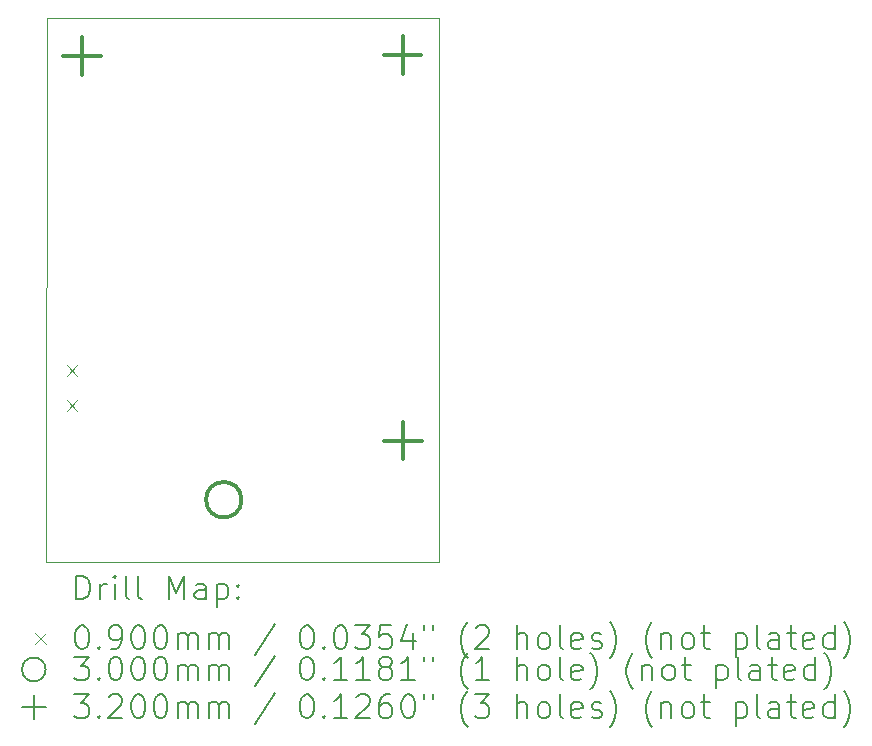
<source format=gbr>
%TF.GenerationSoftware,KiCad,Pcbnew,8.0.2-8.0.2-0~ubuntu22.04.1*%
%TF.CreationDate,2024-05-08T22:35:15+02:00*%
%TF.ProjectId,MailBox_LP_Notifier,4d61696c-426f-4785-9f4c-505f4e6f7469,rev?*%
%TF.SameCoordinates,Original*%
%TF.FileFunction,Drillmap*%
%TF.FilePolarity,Positive*%
%FSLAX45Y45*%
G04 Gerber Fmt 4.5, Leading zero omitted, Abs format (unit mm)*
G04 Created by KiCad (PCBNEW 8.0.2-8.0.2-0~ubuntu22.04.1) date 2024-05-08 22:35:15*
%MOMM*%
%LPD*%
G01*
G04 APERTURE LIST*
%ADD10C,0.100000*%
%ADD11C,0.200000*%
%ADD12C,0.300000*%
%ADD13C,0.320000*%
G04 APERTURE END LIST*
D10*
X11772900Y-10147300D02*
X11777980Y-5542280D01*
X15095220Y-5542280D02*
X15097760Y-10147300D01*
X11777980Y-5542280D02*
X15095220Y-5542280D01*
X15097760Y-10147300D02*
X11772900Y-10147300D01*
D11*
D10*
X11945600Y-8479100D02*
X12035600Y-8569100D01*
X12035600Y-8479100D02*
X11945600Y-8569100D01*
X11945600Y-8779100D02*
X12035600Y-8869100D01*
X12035600Y-8779100D02*
X11945600Y-8869100D01*
D12*
X13426580Y-9619180D02*
G75*
G02*
X13126580Y-9619180I-150000J0D01*
G01*
X13126580Y-9619180D02*
G75*
G02*
X13426580Y-9619180I150000J0D01*
G01*
D13*
X12075160Y-5702320D02*
X12075160Y-6022320D01*
X11915160Y-5862320D02*
X12235160Y-5862320D01*
X14790420Y-5692160D02*
X14790420Y-6012160D01*
X14630420Y-5852160D02*
X14950420Y-5852160D01*
X14795500Y-8958600D02*
X14795500Y-9278600D01*
X14635500Y-9118600D02*
X14955500Y-9118600D01*
D11*
X12028677Y-10463784D02*
X12028677Y-10263784D01*
X12028677Y-10263784D02*
X12076296Y-10263784D01*
X12076296Y-10263784D02*
X12104867Y-10273308D01*
X12104867Y-10273308D02*
X12123915Y-10292355D01*
X12123915Y-10292355D02*
X12133439Y-10311403D01*
X12133439Y-10311403D02*
X12142962Y-10349498D01*
X12142962Y-10349498D02*
X12142962Y-10378070D01*
X12142962Y-10378070D02*
X12133439Y-10416165D01*
X12133439Y-10416165D02*
X12123915Y-10435212D01*
X12123915Y-10435212D02*
X12104867Y-10454260D01*
X12104867Y-10454260D02*
X12076296Y-10463784D01*
X12076296Y-10463784D02*
X12028677Y-10463784D01*
X12228677Y-10463784D02*
X12228677Y-10330450D01*
X12228677Y-10368546D02*
X12238201Y-10349498D01*
X12238201Y-10349498D02*
X12247724Y-10339974D01*
X12247724Y-10339974D02*
X12266772Y-10330450D01*
X12266772Y-10330450D02*
X12285820Y-10330450D01*
X12352486Y-10463784D02*
X12352486Y-10330450D01*
X12352486Y-10263784D02*
X12342962Y-10273308D01*
X12342962Y-10273308D02*
X12352486Y-10282831D01*
X12352486Y-10282831D02*
X12362010Y-10273308D01*
X12362010Y-10273308D02*
X12352486Y-10263784D01*
X12352486Y-10263784D02*
X12352486Y-10282831D01*
X12476296Y-10463784D02*
X12457248Y-10454260D01*
X12457248Y-10454260D02*
X12447724Y-10435212D01*
X12447724Y-10435212D02*
X12447724Y-10263784D01*
X12581058Y-10463784D02*
X12562010Y-10454260D01*
X12562010Y-10454260D02*
X12552486Y-10435212D01*
X12552486Y-10435212D02*
X12552486Y-10263784D01*
X12809629Y-10463784D02*
X12809629Y-10263784D01*
X12809629Y-10263784D02*
X12876296Y-10406641D01*
X12876296Y-10406641D02*
X12942962Y-10263784D01*
X12942962Y-10263784D02*
X12942962Y-10463784D01*
X13123915Y-10463784D02*
X13123915Y-10359022D01*
X13123915Y-10359022D02*
X13114391Y-10339974D01*
X13114391Y-10339974D02*
X13095343Y-10330450D01*
X13095343Y-10330450D02*
X13057248Y-10330450D01*
X13057248Y-10330450D02*
X13038201Y-10339974D01*
X13123915Y-10454260D02*
X13104867Y-10463784D01*
X13104867Y-10463784D02*
X13057248Y-10463784D01*
X13057248Y-10463784D02*
X13038201Y-10454260D01*
X13038201Y-10454260D02*
X13028677Y-10435212D01*
X13028677Y-10435212D02*
X13028677Y-10416165D01*
X13028677Y-10416165D02*
X13038201Y-10397117D01*
X13038201Y-10397117D02*
X13057248Y-10387593D01*
X13057248Y-10387593D02*
X13104867Y-10387593D01*
X13104867Y-10387593D02*
X13123915Y-10378070D01*
X13219153Y-10330450D02*
X13219153Y-10530450D01*
X13219153Y-10339974D02*
X13238201Y-10330450D01*
X13238201Y-10330450D02*
X13276296Y-10330450D01*
X13276296Y-10330450D02*
X13295343Y-10339974D01*
X13295343Y-10339974D02*
X13304867Y-10349498D01*
X13304867Y-10349498D02*
X13314391Y-10368546D01*
X13314391Y-10368546D02*
X13314391Y-10425689D01*
X13314391Y-10425689D02*
X13304867Y-10444736D01*
X13304867Y-10444736D02*
X13295343Y-10454260D01*
X13295343Y-10454260D02*
X13276296Y-10463784D01*
X13276296Y-10463784D02*
X13238201Y-10463784D01*
X13238201Y-10463784D02*
X13219153Y-10454260D01*
X13400105Y-10444736D02*
X13409629Y-10454260D01*
X13409629Y-10454260D02*
X13400105Y-10463784D01*
X13400105Y-10463784D02*
X13390582Y-10454260D01*
X13390582Y-10454260D02*
X13400105Y-10444736D01*
X13400105Y-10444736D02*
X13400105Y-10463784D01*
X13400105Y-10339974D02*
X13409629Y-10349498D01*
X13409629Y-10349498D02*
X13400105Y-10359022D01*
X13400105Y-10359022D02*
X13390582Y-10349498D01*
X13390582Y-10349498D02*
X13400105Y-10339974D01*
X13400105Y-10339974D02*
X13400105Y-10359022D01*
D10*
X11677900Y-10747300D02*
X11767900Y-10837300D01*
X11767900Y-10747300D02*
X11677900Y-10837300D01*
D11*
X12066772Y-10683784D02*
X12085820Y-10683784D01*
X12085820Y-10683784D02*
X12104867Y-10693308D01*
X12104867Y-10693308D02*
X12114391Y-10702831D01*
X12114391Y-10702831D02*
X12123915Y-10721879D01*
X12123915Y-10721879D02*
X12133439Y-10759974D01*
X12133439Y-10759974D02*
X12133439Y-10807593D01*
X12133439Y-10807593D02*
X12123915Y-10845689D01*
X12123915Y-10845689D02*
X12114391Y-10864736D01*
X12114391Y-10864736D02*
X12104867Y-10874260D01*
X12104867Y-10874260D02*
X12085820Y-10883784D01*
X12085820Y-10883784D02*
X12066772Y-10883784D01*
X12066772Y-10883784D02*
X12047724Y-10874260D01*
X12047724Y-10874260D02*
X12038201Y-10864736D01*
X12038201Y-10864736D02*
X12028677Y-10845689D01*
X12028677Y-10845689D02*
X12019153Y-10807593D01*
X12019153Y-10807593D02*
X12019153Y-10759974D01*
X12019153Y-10759974D02*
X12028677Y-10721879D01*
X12028677Y-10721879D02*
X12038201Y-10702831D01*
X12038201Y-10702831D02*
X12047724Y-10693308D01*
X12047724Y-10693308D02*
X12066772Y-10683784D01*
X12219153Y-10864736D02*
X12228677Y-10874260D01*
X12228677Y-10874260D02*
X12219153Y-10883784D01*
X12219153Y-10883784D02*
X12209629Y-10874260D01*
X12209629Y-10874260D02*
X12219153Y-10864736D01*
X12219153Y-10864736D02*
X12219153Y-10883784D01*
X12323915Y-10883784D02*
X12362010Y-10883784D01*
X12362010Y-10883784D02*
X12381058Y-10874260D01*
X12381058Y-10874260D02*
X12390582Y-10864736D01*
X12390582Y-10864736D02*
X12409629Y-10836165D01*
X12409629Y-10836165D02*
X12419153Y-10798070D01*
X12419153Y-10798070D02*
X12419153Y-10721879D01*
X12419153Y-10721879D02*
X12409629Y-10702831D01*
X12409629Y-10702831D02*
X12400105Y-10693308D01*
X12400105Y-10693308D02*
X12381058Y-10683784D01*
X12381058Y-10683784D02*
X12342962Y-10683784D01*
X12342962Y-10683784D02*
X12323915Y-10693308D01*
X12323915Y-10693308D02*
X12314391Y-10702831D01*
X12314391Y-10702831D02*
X12304867Y-10721879D01*
X12304867Y-10721879D02*
X12304867Y-10769498D01*
X12304867Y-10769498D02*
X12314391Y-10788546D01*
X12314391Y-10788546D02*
X12323915Y-10798070D01*
X12323915Y-10798070D02*
X12342962Y-10807593D01*
X12342962Y-10807593D02*
X12381058Y-10807593D01*
X12381058Y-10807593D02*
X12400105Y-10798070D01*
X12400105Y-10798070D02*
X12409629Y-10788546D01*
X12409629Y-10788546D02*
X12419153Y-10769498D01*
X12542962Y-10683784D02*
X12562010Y-10683784D01*
X12562010Y-10683784D02*
X12581058Y-10693308D01*
X12581058Y-10693308D02*
X12590582Y-10702831D01*
X12590582Y-10702831D02*
X12600105Y-10721879D01*
X12600105Y-10721879D02*
X12609629Y-10759974D01*
X12609629Y-10759974D02*
X12609629Y-10807593D01*
X12609629Y-10807593D02*
X12600105Y-10845689D01*
X12600105Y-10845689D02*
X12590582Y-10864736D01*
X12590582Y-10864736D02*
X12581058Y-10874260D01*
X12581058Y-10874260D02*
X12562010Y-10883784D01*
X12562010Y-10883784D02*
X12542962Y-10883784D01*
X12542962Y-10883784D02*
X12523915Y-10874260D01*
X12523915Y-10874260D02*
X12514391Y-10864736D01*
X12514391Y-10864736D02*
X12504867Y-10845689D01*
X12504867Y-10845689D02*
X12495343Y-10807593D01*
X12495343Y-10807593D02*
X12495343Y-10759974D01*
X12495343Y-10759974D02*
X12504867Y-10721879D01*
X12504867Y-10721879D02*
X12514391Y-10702831D01*
X12514391Y-10702831D02*
X12523915Y-10693308D01*
X12523915Y-10693308D02*
X12542962Y-10683784D01*
X12733439Y-10683784D02*
X12752486Y-10683784D01*
X12752486Y-10683784D02*
X12771534Y-10693308D01*
X12771534Y-10693308D02*
X12781058Y-10702831D01*
X12781058Y-10702831D02*
X12790582Y-10721879D01*
X12790582Y-10721879D02*
X12800105Y-10759974D01*
X12800105Y-10759974D02*
X12800105Y-10807593D01*
X12800105Y-10807593D02*
X12790582Y-10845689D01*
X12790582Y-10845689D02*
X12781058Y-10864736D01*
X12781058Y-10864736D02*
X12771534Y-10874260D01*
X12771534Y-10874260D02*
X12752486Y-10883784D01*
X12752486Y-10883784D02*
X12733439Y-10883784D01*
X12733439Y-10883784D02*
X12714391Y-10874260D01*
X12714391Y-10874260D02*
X12704867Y-10864736D01*
X12704867Y-10864736D02*
X12695343Y-10845689D01*
X12695343Y-10845689D02*
X12685820Y-10807593D01*
X12685820Y-10807593D02*
X12685820Y-10759974D01*
X12685820Y-10759974D02*
X12695343Y-10721879D01*
X12695343Y-10721879D02*
X12704867Y-10702831D01*
X12704867Y-10702831D02*
X12714391Y-10693308D01*
X12714391Y-10693308D02*
X12733439Y-10683784D01*
X12885820Y-10883784D02*
X12885820Y-10750450D01*
X12885820Y-10769498D02*
X12895343Y-10759974D01*
X12895343Y-10759974D02*
X12914391Y-10750450D01*
X12914391Y-10750450D02*
X12942963Y-10750450D01*
X12942963Y-10750450D02*
X12962010Y-10759974D01*
X12962010Y-10759974D02*
X12971534Y-10779022D01*
X12971534Y-10779022D02*
X12971534Y-10883784D01*
X12971534Y-10779022D02*
X12981058Y-10759974D01*
X12981058Y-10759974D02*
X13000105Y-10750450D01*
X13000105Y-10750450D02*
X13028677Y-10750450D01*
X13028677Y-10750450D02*
X13047724Y-10759974D01*
X13047724Y-10759974D02*
X13057248Y-10779022D01*
X13057248Y-10779022D02*
X13057248Y-10883784D01*
X13152486Y-10883784D02*
X13152486Y-10750450D01*
X13152486Y-10769498D02*
X13162010Y-10759974D01*
X13162010Y-10759974D02*
X13181058Y-10750450D01*
X13181058Y-10750450D02*
X13209629Y-10750450D01*
X13209629Y-10750450D02*
X13228677Y-10759974D01*
X13228677Y-10759974D02*
X13238201Y-10779022D01*
X13238201Y-10779022D02*
X13238201Y-10883784D01*
X13238201Y-10779022D02*
X13247724Y-10759974D01*
X13247724Y-10759974D02*
X13266772Y-10750450D01*
X13266772Y-10750450D02*
X13295343Y-10750450D01*
X13295343Y-10750450D02*
X13314391Y-10759974D01*
X13314391Y-10759974D02*
X13323915Y-10779022D01*
X13323915Y-10779022D02*
X13323915Y-10883784D01*
X13714391Y-10674260D02*
X13542963Y-10931403D01*
X13971534Y-10683784D02*
X13990582Y-10683784D01*
X13990582Y-10683784D02*
X14009629Y-10693308D01*
X14009629Y-10693308D02*
X14019153Y-10702831D01*
X14019153Y-10702831D02*
X14028677Y-10721879D01*
X14028677Y-10721879D02*
X14038201Y-10759974D01*
X14038201Y-10759974D02*
X14038201Y-10807593D01*
X14038201Y-10807593D02*
X14028677Y-10845689D01*
X14028677Y-10845689D02*
X14019153Y-10864736D01*
X14019153Y-10864736D02*
X14009629Y-10874260D01*
X14009629Y-10874260D02*
X13990582Y-10883784D01*
X13990582Y-10883784D02*
X13971534Y-10883784D01*
X13971534Y-10883784D02*
X13952486Y-10874260D01*
X13952486Y-10874260D02*
X13942963Y-10864736D01*
X13942963Y-10864736D02*
X13933439Y-10845689D01*
X13933439Y-10845689D02*
X13923915Y-10807593D01*
X13923915Y-10807593D02*
X13923915Y-10759974D01*
X13923915Y-10759974D02*
X13933439Y-10721879D01*
X13933439Y-10721879D02*
X13942963Y-10702831D01*
X13942963Y-10702831D02*
X13952486Y-10693308D01*
X13952486Y-10693308D02*
X13971534Y-10683784D01*
X14123915Y-10864736D02*
X14133439Y-10874260D01*
X14133439Y-10874260D02*
X14123915Y-10883784D01*
X14123915Y-10883784D02*
X14114391Y-10874260D01*
X14114391Y-10874260D02*
X14123915Y-10864736D01*
X14123915Y-10864736D02*
X14123915Y-10883784D01*
X14257248Y-10683784D02*
X14276296Y-10683784D01*
X14276296Y-10683784D02*
X14295344Y-10693308D01*
X14295344Y-10693308D02*
X14304867Y-10702831D01*
X14304867Y-10702831D02*
X14314391Y-10721879D01*
X14314391Y-10721879D02*
X14323915Y-10759974D01*
X14323915Y-10759974D02*
X14323915Y-10807593D01*
X14323915Y-10807593D02*
X14314391Y-10845689D01*
X14314391Y-10845689D02*
X14304867Y-10864736D01*
X14304867Y-10864736D02*
X14295344Y-10874260D01*
X14295344Y-10874260D02*
X14276296Y-10883784D01*
X14276296Y-10883784D02*
X14257248Y-10883784D01*
X14257248Y-10883784D02*
X14238201Y-10874260D01*
X14238201Y-10874260D02*
X14228677Y-10864736D01*
X14228677Y-10864736D02*
X14219153Y-10845689D01*
X14219153Y-10845689D02*
X14209629Y-10807593D01*
X14209629Y-10807593D02*
X14209629Y-10759974D01*
X14209629Y-10759974D02*
X14219153Y-10721879D01*
X14219153Y-10721879D02*
X14228677Y-10702831D01*
X14228677Y-10702831D02*
X14238201Y-10693308D01*
X14238201Y-10693308D02*
X14257248Y-10683784D01*
X14390582Y-10683784D02*
X14514391Y-10683784D01*
X14514391Y-10683784D02*
X14447725Y-10759974D01*
X14447725Y-10759974D02*
X14476296Y-10759974D01*
X14476296Y-10759974D02*
X14495344Y-10769498D01*
X14495344Y-10769498D02*
X14504867Y-10779022D01*
X14504867Y-10779022D02*
X14514391Y-10798070D01*
X14514391Y-10798070D02*
X14514391Y-10845689D01*
X14514391Y-10845689D02*
X14504867Y-10864736D01*
X14504867Y-10864736D02*
X14495344Y-10874260D01*
X14495344Y-10874260D02*
X14476296Y-10883784D01*
X14476296Y-10883784D02*
X14419153Y-10883784D01*
X14419153Y-10883784D02*
X14400106Y-10874260D01*
X14400106Y-10874260D02*
X14390582Y-10864736D01*
X14695344Y-10683784D02*
X14600106Y-10683784D01*
X14600106Y-10683784D02*
X14590582Y-10779022D01*
X14590582Y-10779022D02*
X14600106Y-10769498D01*
X14600106Y-10769498D02*
X14619153Y-10759974D01*
X14619153Y-10759974D02*
X14666772Y-10759974D01*
X14666772Y-10759974D02*
X14685820Y-10769498D01*
X14685820Y-10769498D02*
X14695344Y-10779022D01*
X14695344Y-10779022D02*
X14704867Y-10798070D01*
X14704867Y-10798070D02*
X14704867Y-10845689D01*
X14704867Y-10845689D02*
X14695344Y-10864736D01*
X14695344Y-10864736D02*
X14685820Y-10874260D01*
X14685820Y-10874260D02*
X14666772Y-10883784D01*
X14666772Y-10883784D02*
X14619153Y-10883784D01*
X14619153Y-10883784D02*
X14600106Y-10874260D01*
X14600106Y-10874260D02*
X14590582Y-10864736D01*
X14876296Y-10750450D02*
X14876296Y-10883784D01*
X14828677Y-10674260D02*
X14781058Y-10817117D01*
X14781058Y-10817117D02*
X14904867Y-10817117D01*
X14971534Y-10683784D02*
X14971534Y-10721879D01*
X15047725Y-10683784D02*
X15047725Y-10721879D01*
X15342963Y-10959974D02*
X15333439Y-10950450D01*
X15333439Y-10950450D02*
X15314391Y-10921879D01*
X15314391Y-10921879D02*
X15304868Y-10902831D01*
X15304868Y-10902831D02*
X15295344Y-10874260D01*
X15295344Y-10874260D02*
X15285820Y-10826641D01*
X15285820Y-10826641D02*
X15285820Y-10788546D01*
X15285820Y-10788546D02*
X15295344Y-10740927D01*
X15295344Y-10740927D02*
X15304868Y-10712355D01*
X15304868Y-10712355D02*
X15314391Y-10693308D01*
X15314391Y-10693308D02*
X15333439Y-10664736D01*
X15333439Y-10664736D02*
X15342963Y-10655212D01*
X15409629Y-10702831D02*
X15419153Y-10693308D01*
X15419153Y-10693308D02*
X15438201Y-10683784D01*
X15438201Y-10683784D02*
X15485820Y-10683784D01*
X15485820Y-10683784D02*
X15504868Y-10693308D01*
X15504868Y-10693308D02*
X15514391Y-10702831D01*
X15514391Y-10702831D02*
X15523915Y-10721879D01*
X15523915Y-10721879D02*
X15523915Y-10740927D01*
X15523915Y-10740927D02*
X15514391Y-10769498D01*
X15514391Y-10769498D02*
X15400106Y-10883784D01*
X15400106Y-10883784D02*
X15523915Y-10883784D01*
X15762010Y-10883784D02*
X15762010Y-10683784D01*
X15847725Y-10883784D02*
X15847725Y-10779022D01*
X15847725Y-10779022D02*
X15838201Y-10759974D01*
X15838201Y-10759974D02*
X15819153Y-10750450D01*
X15819153Y-10750450D02*
X15790582Y-10750450D01*
X15790582Y-10750450D02*
X15771534Y-10759974D01*
X15771534Y-10759974D02*
X15762010Y-10769498D01*
X15971534Y-10883784D02*
X15952487Y-10874260D01*
X15952487Y-10874260D02*
X15942963Y-10864736D01*
X15942963Y-10864736D02*
X15933439Y-10845689D01*
X15933439Y-10845689D02*
X15933439Y-10788546D01*
X15933439Y-10788546D02*
X15942963Y-10769498D01*
X15942963Y-10769498D02*
X15952487Y-10759974D01*
X15952487Y-10759974D02*
X15971534Y-10750450D01*
X15971534Y-10750450D02*
X16000106Y-10750450D01*
X16000106Y-10750450D02*
X16019153Y-10759974D01*
X16019153Y-10759974D02*
X16028677Y-10769498D01*
X16028677Y-10769498D02*
X16038201Y-10788546D01*
X16038201Y-10788546D02*
X16038201Y-10845689D01*
X16038201Y-10845689D02*
X16028677Y-10864736D01*
X16028677Y-10864736D02*
X16019153Y-10874260D01*
X16019153Y-10874260D02*
X16000106Y-10883784D01*
X16000106Y-10883784D02*
X15971534Y-10883784D01*
X16152487Y-10883784D02*
X16133439Y-10874260D01*
X16133439Y-10874260D02*
X16123915Y-10855212D01*
X16123915Y-10855212D02*
X16123915Y-10683784D01*
X16304868Y-10874260D02*
X16285820Y-10883784D01*
X16285820Y-10883784D02*
X16247725Y-10883784D01*
X16247725Y-10883784D02*
X16228677Y-10874260D01*
X16228677Y-10874260D02*
X16219153Y-10855212D01*
X16219153Y-10855212D02*
X16219153Y-10779022D01*
X16219153Y-10779022D02*
X16228677Y-10759974D01*
X16228677Y-10759974D02*
X16247725Y-10750450D01*
X16247725Y-10750450D02*
X16285820Y-10750450D01*
X16285820Y-10750450D02*
X16304868Y-10759974D01*
X16304868Y-10759974D02*
X16314391Y-10779022D01*
X16314391Y-10779022D02*
X16314391Y-10798070D01*
X16314391Y-10798070D02*
X16219153Y-10817117D01*
X16390582Y-10874260D02*
X16409630Y-10883784D01*
X16409630Y-10883784D02*
X16447725Y-10883784D01*
X16447725Y-10883784D02*
X16466772Y-10874260D01*
X16466772Y-10874260D02*
X16476296Y-10855212D01*
X16476296Y-10855212D02*
X16476296Y-10845689D01*
X16476296Y-10845689D02*
X16466772Y-10826641D01*
X16466772Y-10826641D02*
X16447725Y-10817117D01*
X16447725Y-10817117D02*
X16419153Y-10817117D01*
X16419153Y-10817117D02*
X16400106Y-10807593D01*
X16400106Y-10807593D02*
X16390582Y-10788546D01*
X16390582Y-10788546D02*
X16390582Y-10779022D01*
X16390582Y-10779022D02*
X16400106Y-10759974D01*
X16400106Y-10759974D02*
X16419153Y-10750450D01*
X16419153Y-10750450D02*
X16447725Y-10750450D01*
X16447725Y-10750450D02*
X16466772Y-10759974D01*
X16542963Y-10959974D02*
X16552487Y-10950450D01*
X16552487Y-10950450D02*
X16571534Y-10921879D01*
X16571534Y-10921879D02*
X16581058Y-10902831D01*
X16581058Y-10902831D02*
X16590582Y-10874260D01*
X16590582Y-10874260D02*
X16600106Y-10826641D01*
X16600106Y-10826641D02*
X16600106Y-10788546D01*
X16600106Y-10788546D02*
X16590582Y-10740927D01*
X16590582Y-10740927D02*
X16581058Y-10712355D01*
X16581058Y-10712355D02*
X16571534Y-10693308D01*
X16571534Y-10693308D02*
X16552487Y-10664736D01*
X16552487Y-10664736D02*
X16542963Y-10655212D01*
X16904868Y-10959974D02*
X16895344Y-10950450D01*
X16895344Y-10950450D02*
X16876296Y-10921879D01*
X16876296Y-10921879D02*
X16866773Y-10902831D01*
X16866773Y-10902831D02*
X16857249Y-10874260D01*
X16857249Y-10874260D02*
X16847725Y-10826641D01*
X16847725Y-10826641D02*
X16847725Y-10788546D01*
X16847725Y-10788546D02*
X16857249Y-10740927D01*
X16857249Y-10740927D02*
X16866773Y-10712355D01*
X16866773Y-10712355D02*
X16876296Y-10693308D01*
X16876296Y-10693308D02*
X16895344Y-10664736D01*
X16895344Y-10664736D02*
X16904868Y-10655212D01*
X16981058Y-10750450D02*
X16981058Y-10883784D01*
X16981058Y-10769498D02*
X16990582Y-10759974D01*
X16990582Y-10759974D02*
X17009630Y-10750450D01*
X17009630Y-10750450D02*
X17038201Y-10750450D01*
X17038201Y-10750450D02*
X17057249Y-10759974D01*
X17057249Y-10759974D02*
X17066773Y-10779022D01*
X17066773Y-10779022D02*
X17066773Y-10883784D01*
X17190582Y-10883784D02*
X17171534Y-10874260D01*
X17171534Y-10874260D02*
X17162011Y-10864736D01*
X17162011Y-10864736D02*
X17152487Y-10845689D01*
X17152487Y-10845689D02*
X17152487Y-10788546D01*
X17152487Y-10788546D02*
X17162011Y-10769498D01*
X17162011Y-10769498D02*
X17171534Y-10759974D01*
X17171534Y-10759974D02*
X17190582Y-10750450D01*
X17190582Y-10750450D02*
X17219154Y-10750450D01*
X17219154Y-10750450D02*
X17238201Y-10759974D01*
X17238201Y-10759974D02*
X17247725Y-10769498D01*
X17247725Y-10769498D02*
X17257249Y-10788546D01*
X17257249Y-10788546D02*
X17257249Y-10845689D01*
X17257249Y-10845689D02*
X17247725Y-10864736D01*
X17247725Y-10864736D02*
X17238201Y-10874260D01*
X17238201Y-10874260D02*
X17219154Y-10883784D01*
X17219154Y-10883784D02*
X17190582Y-10883784D01*
X17314392Y-10750450D02*
X17390582Y-10750450D01*
X17342963Y-10683784D02*
X17342963Y-10855212D01*
X17342963Y-10855212D02*
X17352487Y-10874260D01*
X17352487Y-10874260D02*
X17371534Y-10883784D01*
X17371534Y-10883784D02*
X17390582Y-10883784D01*
X17609630Y-10750450D02*
X17609630Y-10950450D01*
X17609630Y-10759974D02*
X17628677Y-10750450D01*
X17628677Y-10750450D02*
X17666773Y-10750450D01*
X17666773Y-10750450D02*
X17685820Y-10759974D01*
X17685820Y-10759974D02*
X17695344Y-10769498D01*
X17695344Y-10769498D02*
X17704868Y-10788546D01*
X17704868Y-10788546D02*
X17704868Y-10845689D01*
X17704868Y-10845689D02*
X17695344Y-10864736D01*
X17695344Y-10864736D02*
X17685820Y-10874260D01*
X17685820Y-10874260D02*
X17666773Y-10883784D01*
X17666773Y-10883784D02*
X17628677Y-10883784D01*
X17628677Y-10883784D02*
X17609630Y-10874260D01*
X17819154Y-10883784D02*
X17800106Y-10874260D01*
X17800106Y-10874260D02*
X17790582Y-10855212D01*
X17790582Y-10855212D02*
X17790582Y-10683784D01*
X17981058Y-10883784D02*
X17981058Y-10779022D01*
X17981058Y-10779022D02*
X17971535Y-10759974D01*
X17971535Y-10759974D02*
X17952487Y-10750450D01*
X17952487Y-10750450D02*
X17914392Y-10750450D01*
X17914392Y-10750450D02*
X17895344Y-10759974D01*
X17981058Y-10874260D02*
X17962011Y-10883784D01*
X17962011Y-10883784D02*
X17914392Y-10883784D01*
X17914392Y-10883784D02*
X17895344Y-10874260D01*
X17895344Y-10874260D02*
X17885820Y-10855212D01*
X17885820Y-10855212D02*
X17885820Y-10836165D01*
X17885820Y-10836165D02*
X17895344Y-10817117D01*
X17895344Y-10817117D02*
X17914392Y-10807593D01*
X17914392Y-10807593D02*
X17962011Y-10807593D01*
X17962011Y-10807593D02*
X17981058Y-10798070D01*
X18047725Y-10750450D02*
X18123915Y-10750450D01*
X18076296Y-10683784D02*
X18076296Y-10855212D01*
X18076296Y-10855212D02*
X18085820Y-10874260D01*
X18085820Y-10874260D02*
X18104868Y-10883784D01*
X18104868Y-10883784D02*
X18123915Y-10883784D01*
X18266773Y-10874260D02*
X18247725Y-10883784D01*
X18247725Y-10883784D02*
X18209630Y-10883784D01*
X18209630Y-10883784D02*
X18190582Y-10874260D01*
X18190582Y-10874260D02*
X18181058Y-10855212D01*
X18181058Y-10855212D02*
X18181058Y-10779022D01*
X18181058Y-10779022D02*
X18190582Y-10759974D01*
X18190582Y-10759974D02*
X18209630Y-10750450D01*
X18209630Y-10750450D02*
X18247725Y-10750450D01*
X18247725Y-10750450D02*
X18266773Y-10759974D01*
X18266773Y-10759974D02*
X18276296Y-10779022D01*
X18276296Y-10779022D02*
X18276296Y-10798070D01*
X18276296Y-10798070D02*
X18181058Y-10817117D01*
X18447725Y-10883784D02*
X18447725Y-10683784D01*
X18447725Y-10874260D02*
X18428677Y-10883784D01*
X18428677Y-10883784D02*
X18390582Y-10883784D01*
X18390582Y-10883784D02*
X18371535Y-10874260D01*
X18371535Y-10874260D02*
X18362011Y-10864736D01*
X18362011Y-10864736D02*
X18352487Y-10845689D01*
X18352487Y-10845689D02*
X18352487Y-10788546D01*
X18352487Y-10788546D02*
X18362011Y-10769498D01*
X18362011Y-10769498D02*
X18371535Y-10759974D01*
X18371535Y-10759974D02*
X18390582Y-10750450D01*
X18390582Y-10750450D02*
X18428677Y-10750450D01*
X18428677Y-10750450D02*
X18447725Y-10759974D01*
X18523916Y-10959974D02*
X18533439Y-10950450D01*
X18533439Y-10950450D02*
X18552487Y-10921879D01*
X18552487Y-10921879D02*
X18562011Y-10902831D01*
X18562011Y-10902831D02*
X18571535Y-10874260D01*
X18571535Y-10874260D02*
X18581058Y-10826641D01*
X18581058Y-10826641D02*
X18581058Y-10788546D01*
X18581058Y-10788546D02*
X18571535Y-10740927D01*
X18571535Y-10740927D02*
X18562011Y-10712355D01*
X18562011Y-10712355D02*
X18552487Y-10693308D01*
X18552487Y-10693308D02*
X18533439Y-10664736D01*
X18533439Y-10664736D02*
X18523916Y-10655212D01*
X11767900Y-11056300D02*
G75*
G02*
X11567900Y-11056300I-100000J0D01*
G01*
X11567900Y-11056300D02*
G75*
G02*
X11767900Y-11056300I100000J0D01*
G01*
X12009629Y-10947784D02*
X12133439Y-10947784D01*
X12133439Y-10947784D02*
X12066772Y-11023974D01*
X12066772Y-11023974D02*
X12095343Y-11023974D01*
X12095343Y-11023974D02*
X12114391Y-11033498D01*
X12114391Y-11033498D02*
X12123915Y-11043022D01*
X12123915Y-11043022D02*
X12133439Y-11062070D01*
X12133439Y-11062070D02*
X12133439Y-11109689D01*
X12133439Y-11109689D02*
X12123915Y-11128736D01*
X12123915Y-11128736D02*
X12114391Y-11138260D01*
X12114391Y-11138260D02*
X12095343Y-11147784D01*
X12095343Y-11147784D02*
X12038201Y-11147784D01*
X12038201Y-11147784D02*
X12019153Y-11138260D01*
X12019153Y-11138260D02*
X12009629Y-11128736D01*
X12219153Y-11128736D02*
X12228677Y-11138260D01*
X12228677Y-11138260D02*
X12219153Y-11147784D01*
X12219153Y-11147784D02*
X12209629Y-11138260D01*
X12209629Y-11138260D02*
X12219153Y-11128736D01*
X12219153Y-11128736D02*
X12219153Y-11147784D01*
X12352486Y-10947784D02*
X12371534Y-10947784D01*
X12371534Y-10947784D02*
X12390582Y-10957308D01*
X12390582Y-10957308D02*
X12400105Y-10966831D01*
X12400105Y-10966831D02*
X12409629Y-10985879D01*
X12409629Y-10985879D02*
X12419153Y-11023974D01*
X12419153Y-11023974D02*
X12419153Y-11071593D01*
X12419153Y-11071593D02*
X12409629Y-11109689D01*
X12409629Y-11109689D02*
X12400105Y-11128736D01*
X12400105Y-11128736D02*
X12390582Y-11138260D01*
X12390582Y-11138260D02*
X12371534Y-11147784D01*
X12371534Y-11147784D02*
X12352486Y-11147784D01*
X12352486Y-11147784D02*
X12333439Y-11138260D01*
X12333439Y-11138260D02*
X12323915Y-11128736D01*
X12323915Y-11128736D02*
X12314391Y-11109689D01*
X12314391Y-11109689D02*
X12304867Y-11071593D01*
X12304867Y-11071593D02*
X12304867Y-11023974D01*
X12304867Y-11023974D02*
X12314391Y-10985879D01*
X12314391Y-10985879D02*
X12323915Y-10966831D01*
X12323915Y-10966831D02*
X12333439Y-10957308D01*
X12333439Y-10957308D02*
X12352486Y-10947784D01*
X12542962Y-10947784D02*
X12562010Y-10947784D01*
X12562010Y-10947784D02*
X12581058Y-10957308D01*
X12581058Y-10957308D02*
X12590582Y-10966831D01*
X12590582Y-10966831D02*
X12600105Y-10985879D01*
X12600105Y-10985879D02*
X12609629Y-11023974D01*
X12609629Y-11023974D02*
X12609629Y-11071593D01*
X12609629Y-11071593D02*
X12600105Y-11109689D01*
X12600105Y-11109689D02*
X12590582Y-11128736D01*
X12590582Y-11128736D02*
X12581058Y-11138260D01*
X12581058Y-11138260D02*
X12562010Y-11147784D01*
X12562010Y-11147784D02*
X12542962Y-11147784D01*
X12542962Y-11147784D02*
X12523915Y-11138260D01*
X12523915Y-11138260D02*
X12514391Y-11128736D01*
X12514391Y-11128736D02*
X12504867Y-11109689D01*
X12504867Y-11109689D02*
X12495343Y-11071593D01*
X12495343Y-11071593D02*
X12495343Y-11023974D01*
X12495343Y-11023974D02*
X12504867Y-10985879D01*
X12504867Y-10985879D02*
X12514391Y-10966831D01*
X12514391Y-10966831D02*
X12523915Y-10957308D01*
X12523915Y-10957308D02*
X12542962Y-10947784D01*
X12733439Y-10947784D02*
X12752486Y-10947784D01*
X12752486Y-10947784D02*
X12771534Y-10957308D01*
X12771534Y-10957308D02*
X12781058Y-10966831D01*
X12781058Y-10966831D02*
X12790582Y-10985879D01*
X12790582Y-10985879D02*
X12800105Y-11023974D01*
X12800105Y-11023974D02*
X12800105Y-11071593D01*
X12800105Y-11071593D02*
X12790582Y-11109689D01*
X12790582Y-11109689D02*
X12781058Y-11128736D01*
X12781058Y-11128736D02*
X12771534Y-11138260D01*
X12771534Y-11138260D02*
X12752486Y-11147784D01*
X12752486Y-11147784D02*
X12733439Y-11147784D01*
X12733439Y-11147784D02*
X12714391Y-11138260D01*
X12714391Y-11138260D02*
X12704867Y-11128736D01*
X12704867Y-11128736D02*
X12695343Y-11109689D01*
X12695343Y-11109689D02*
X12685820Y-11071593D01*
X12685820Y-11071593D02*
X12685820Y-11023974D01*
X12685820Y-11023974D02*
X12695343Y-10985879D01*
X12695343Y-10985879D02*
X12704867Y-10966831D01*
X12704867Y-10966831D02*
X12714391Y-10957308D01*
X12714391Y-10957308D02*
X12733439Y-10947784D01*
X12885820Y-11147784D02*
X12885820Y-11014450D01*
X12885820Y-11033498D02*
X12895343Y-11023974D01*
X12895343Y-11023974D02*
X12914391Y-11014450D01*
X12914391Y-11014450D02*
X12942963Y-11014450D01*
X12942963Y-11014450D02*
X12962010Y-11023974D01*
X12962010Y-11023974D02*
X12971534Y-11043022D01*
X12971534Y-11043022D02*
X12971534Y-11147784D01*
X12971534Y-11043022D02*
X12981058Y-11023974D01*
X12981058Y-11023974D02*
X13000105Y-11014450D01*
X13000105Y-11014450D02*
X13028677Y-11014450D01*
X13028677Y-11014450D02*
X13047724Y-11023974D01*
X13047724Y-11023974D02*
X13057248Y-11043022D01*
X13057248Y-11043022D02*
X13057248Y-11147784D01*
X13152486Y-11147784D02*
X13152486Y-11014450D01*
X13152486Y-11033498D02*
X13162010Y-11023974D01*
X13162010Y-11023974D02*
X13181058Y-11014450D01*
X13181058Y-11014450D02*
X13209629Y-11014450D01*
X13209629Y-11014450D02*
X13228677Y-11023974D01*
X13228677Y-11023974D02*
X13238201Y-11043022D01*
X13238201Y-11043022D02*
X13238201Y-11147784D01*
X13238201Y-11043022D02*
X13247724Y-11023974D01*
X13247724Y-11023974D02*
X13266772Y-11014450D01*
X13266772Y-11014450D02*
X13295343Y-11014450D01*
X13295343Y-11014450D02*
X13314391Y-11023974D01*
X13314391Y-11023974D02*
X13323915Y-11043022D01*
X13323915Y-11043022D02*
X13323915Y-11147784D01*
X13714391Y-10938260D02*
X13542963Y-11195403D01*
X13971534Y-10947784D02*
X13990582Y-10947784D01*
X13990582Y-10947784D02*
X14009629Y-10957308D01*
X14009629Y-10957308D02*
X14019153Y-10966831D01*
X14019153Y-10966831D02*
X14028677Y-10985879D01*
X14028677Y-10985879D02*
X14038201Y-11023974D01*
X14038201Y-11023974D02*
X14038201Y-11071593D01*
X14038201Y-11071593D02*
X14028677Y-11109689D01*
X14028677Y-11109689D02*
X14019153Y-11128736D01*
X14019153Y-11128736D02*
X14009629Y-11138260D01*
X14009629Y-11138260D02*
X13990582Y-11147784D01*
X13990582Y-11147784D02*
X13971534Y-11147784D01*
X13971534Y-11147784D02*
X13952486Y-11138260D01*
X13952486Y-11138260D02*
X13942963Y-11128736D01*
X13942963Y-11128736D02*
X13933439Y-11109689D01*
X13933439Y-11109689D02*
X13923915Y-11071593D01*
X13923915Y-11071593D02*
X13923915Y-11023974D01*
X13923915Y-11023974D02*
X13933439Y-10985879D01*
X13933439Y-10985879D02*
X13942963Y-10966831D01*
X13942963Y-10966831D02*
X13952486Y-10957308D01*
X13952486Y-10957308D02*
X13971534Y-10947784D01*
X14123915Y-11128736D02*
X14133439Y-11138260D01*
X14133439Y-11138260D02*
X14123915Y-11147784D01*
X14123915Y-11147784D02*
X14114391Y-11138260D01*
X14114391Y-11138260D02*
X14123915Y-11128736D01*
X14123915Y-11128736D02*
X14123915Y-11147784D01*
X14323915Y-11147784D02*
X14209629Y-11147784D01*
X14266772Y-11147784D02*
X14266772Y-10947784D01*
X14266772Y-10947784D02*
X14247725Y-10976355D01*
X14247725Y-10976355D02*
X14228677Y-10995403D01*
X14228677Y-10995403D02*
X14209629Y-11004927D01*
X14514391Y-11147784D02*
X14400106Y-11147784D01*
X14457248Y-11147784D02*
X14457248Y-10947784D01*
X14457248Y-10947784D02*
X14438201Y-10976355D01*
X14438201Y-10976355D02*
X14419153Y-10995403D01*
X14419153Y-10995403D02*
X14400106Y-11004927D01*
X14628677Y-11033498D02*
X14609629Y-11023974D01*
X14609629Y-11023974D02*
X14600106Y-11014450D01*
X14600106Y-11014450D02*
X14590582Y-10995403D01*
X14590582Y-10995403D02*
X14590582Y-10985879D01*
X14590582Y-10985879D02*
X14600106Y-10966831D01*
X14600106Y-10966831D02*
X14609629Y-10957308D01*
X14609629Y-10957308D02*
X14628677Y-10947784D01*
X14628677Y-10947784D02*
X14666772Y-10947784D01*
X14666772Y-10947784D02*
X14685820Y-10957308D01*
X14685820Y-10957308D02*
X14695344Y-10966831D01*
X14695344Y-10966831D02*
X14704867Y-10985879D01*
X14704867Y-10985879D02*
X14704867Y-10995403D01*
X14704867Y-10995403D02*
X14695344Y-11014450D01*
X14695344Y-11014450D02*
X14685820Y-11023974D01*
X14685820Y-11023974D02*
X14666772Y-11033498D01*
X14666772Y-11033498D02*
X14628677Y-11033498D01*
X14628677Y-11033498D02*
X14609629Y-11043022D01*
X14609629Y-11043022D02*
X14600106Y-11052546D01*
X14600106Y-11052546D02*
X14590582Y-11071593D01*
X14590582Y-11071593D02*
X14590582Y-11109689D01*
X14590582Y-11109689D02*
X14600106Y-11128736D01*
X14600106Y-11128736D02*
X14609629Y-11138260D01*
X14609629Y-11138260D02*
X14628677Y-11147784D01*
X14628677Y-11147784D02*
X14666772Y-11147784D01*
X14666772Y-11147784D02*
X14685820Y-11138260D01*
X14685820Y-11138260D02*
X14695344Y-11128736D01*
X14695344Y-11128736D02*
X14704867Y-11109689D01*
X14704867Y-11109689D02*
X14704867Y-11071593D01*
X14704867Y-11071593D02*
X14695344Y-11052546D01*
X14695344Y-11052546D02*
X14685820Y-11043022D01*
X14685820Y-11043022D02*
X14666772Y-11033498D01*
X14895344Y-11147784D02*
X14781058Y-11147784D01*
X14838201Y-11147784D02*
X14838201Y-10947784D01*
X14838201Y-10947784D02*
X14819153Y-10976355D01*
X14819153Y-10976355D02*
X14800106Y-10995403D01*
X14800106Y-10995403D02*
X14781058Y-11004927D01*
X14971534Y-10947784D02*
X14971534Y-10985879D01*
X15047725Y-10947784D02*
X15047725Y-10985879D01*
X15342963Y-11223974D02*
X15333439Y-11214450D01*
X15333439Y-11214450D02*
X15314391Y-11185879D01*
X15314391Y-11185879D02*
X15304868Y-11166831D01*
X15304868Y-11166831D02*
X15295344Y-11138260D01*
X15295344Y-11138260D02*
X15285820Y-11090641D01*
X15285820Y-11090641D02*
X15285820Y-11052546D01*
X15285820Y-11052546D02*
X15295344Y-11004927D01*
X15295344Y-11004927D02*
X15304868Y-10976355D01*
X15304868Y-10976355D02*
X15314391Y-10957308D01*
X15314391Y-10957308D02*
X15333439Y-10928736D01*
X15333439Y-10928736D02*
X15342963Y-10919212D01*
X15523915Y-11147784D02*
X15409629Y-11147784D01*
X15466772Y-11147784D02*
X15466772Y-10947784D01*
X15466772Y-10947784D02*
X15447725Y-10976355D01*
X15447725Y-10976355D02*
X15428677Y-10995403D01*
X15428677Y-10995403D02*
X15409629Y-11004927D01*
X15762010Y-11147784D02*
X15762010Y-10947784D01*
X15847725Y-11147784D02*
X15847725Y-11043022D01*
X15847725Y-11043022D02*
X15838201Y-11023974D01*
X15838201Y-11023974D02*
X15819153Y-11014450D01*
X15819153Y-11014450D02*
X15790582Y-11014450D01*
X15790582Y-11014450D02*
X15771534Y-11023974D01*
X15771534Y-11023974D02*
X15762010Y-11033498D01*
X15971534Y-11147784D02*
X15952487Y-11138260D01*
X15952487Y-11138260D02*
X15942963Y-11128736D01*
X15942963Y-11128736D02*
X15933439Y-11109689D01*
X15933439Y-11109689D02*
X15933439Y-11052546D01*
X15933439Y-11052546D02*
X15942963Y-11033498D01*
X15942963Y-11033498D02*
X15952487Y-11023974D01*
X15952487Y-11023974D02*
X15971534Y-11014450D01*
X15971534Y-11014450D02*
X16000106Y-11014450D01*
X16000106Y-11014450D02*
X16019153Y-11023974D01*
X16019153Y-11023974D02*
X16028677Y-11033498D01*
X16028677Y-11033498D02*
X16038201Y-11052546D01*
X16038201Y-11052546D02*
X16038201Y-11109689D01*
X16038201Y-11109689D02*
X16028677Y-11128736D01*
X16028677Y-11128736D02*
X16019153Y-11138260D01*
X16019153Y-11138260D02*
X16000106Y-11147784D01*
X16000106Y-11147784D02*
X15971534Y-11147784D01*
X16152487Y-11147784D02*
X16133439Y-11138260D01*
X16133439Y-11138260D02*
X16123915Y-11119212D01*
X16123915Y-11119212D02*
X16123915Y-10947784D01*
X16304868Y-11138260D02*
X16285820Y-11147784D01*
X16285820Y-11147784D02*
X16247725Y-11147784D01*
X16247725Y-11147784D02*
X16228677Y-11138260D01*
X16228677Y-11138260D02*
X16219153Y-11119212D01*
X16219153Y-11119212D02*
X16219153Y-11043022D01*
X16219153Y-11043022D02*
X16228677Y-11023974D01*
X16228677Y-11023974D02*
X16247725Y-11014450D01*
X16247725Y-11014450D02*
X16285820Y-11014450D01*
X16285820Y-11014450D02*
X16304868Y-11023974D01*
X16304868Y-11023974D02*
X16314391Y-11043022D01*
X16314391Y-11043022D02*
X16314391Y-11062070D01*
X16314391Y-11062070D02*
X16219153Y-11081117D01*
X16381058Y-11223974D02*
X16390582Y-11214450D01*
X16390582Y-11214450D02*
X16409630Y-11185879D01*
X16409630Y-11185879D02*
X16419153Y-11166831D01*
X16419153Y-11166831D02*
X16428677Y-11138260D01*
X16428677Y-11138260D02*
X16438201Y-11090641D01*
X16438201Y-11090641D02*
X16438201Y-11052546D01*
X16438201Y-11052546D02*
X16428677Y-11004927D01*
X16428677Y-11004927D02*
X16419153Y-10976355D01*
X16419153Y-10976355D02*
X16409630Y-10957308D01*
X16409630Y-10957308D02*
X16390582Y-10928736D01*
X16390582Y-10928736D02*
X16381058Y-10919212D01*
X16742963Y-11223974D02*
X16733439Y-11214450D01*
X16733439Y-11214450D02*
X16714391Y-11185879D01*
X16714391Y-11185879D02*
X16704868Y-11166831D01*
X16704868Y-11166831D02*
X16695344Y-11138260D01*
X16695344Y-11138260D02*
X16685820Y-11090641D01*
X16685820Y-11090641D02*
X16685820Y-11052546D01*
X16685820Y-11052546D02*
X16695344Y-11004927D01*
X16695344Y-11004927D02*
X16704868Y-10976355D01*
X16704868Y-10976355D02*
X16714391Y-10957308D01*
X16714391Y-10957308D02*
X16733439Y-10928736D01*
X16733439Y-10928736D02*
X16742963Y-10919212D01*
X16819153Y-11014450D02*
X16819153Y-11147784D01*
X16819153Y-11033498D02*
X16828677Y-11023974D01*
X16828677Y-11023974D02*
X16847725Y-11014450D01*
X16847725Y-11014450D02*
X16876296Y-11014450D01*
X16876296Y-11014450D02*
X16895344Y-11023974D01*
X16895344Y-11023974D02*
X16904868Y-11043022D01*
X16904868Y-11043022D02*
X16904868Y-11147784D01*
X17028677Y-11147784D02*
X17009630Y-11138260D01*
X17009630Y-11138260D02*
X17000106Y-11128736D01*
X17000106Y-11128736D02*
X16990582Y-11109689D01*
X16990582Y-11109689D02*
X16990582Y-11052546D01*
X16990582Y-11052546D02*
X17000106Y-11033498D01*
X17000106Y-11033498D02*
X17009630Y-11023974D01*
X17009630Y-11023974D02*
X17028677Y-11014450D01*
X17028677Y-11014450D02*
X17057249Y-11014450D01*
X17057249Y-11014450D02*
X17076296Y-11023974D01*
X17076296Y-11023974D02*
X17085820Y-11033498D01*
X17085820Y-11033498D02*
X17095344Y-11052546D01*
X17095344Y-11052546D02*
X17095344Y-11109689D01*
X17095344Y-11109689D02*
X17085820Y-11128736D01*
X17085820Y-11128736D02*
X17076296Y-11138260D01*
X17076296Y-11138260D02*
X17057249Y-11147784D01*
X17057249Y-11147784D02*
X17028677Y-11147784D01*
X17152487Y-11014450D02*
X17228677Y-11014450D01*
X17181058Y-10947784D02*
X17181058Y-11119212D01*
X17181058Y-11119212D02*
X17190582Y-11138260D01*
X17190582Y-11138260D02*
X17209630Y-11147784D01*
X17209630Y-11147784D02*
X17228677Y-11147784D01*
X17447725Y-11014450D02*
X17447725Y-11214450D01*
X17447725Y-11023974D02*
X17466773Y-11014450D01*
X17466773Y-11014450D02*
X17504868Y-11014450D01*
X17504868Y-11014450D02*
X17523915Y-11023974D01*
X17523915Y-11023974D02*
X17533439Y-11033498D01*
X17533439Y-11033498D02*
X17542963Y-11052546D01*
X17542963Y-11052546D02*
X17542963Y-11109689D01*
X17542963Y-11109689D02*
X17533439Y-11128736D01*
X17533439Y-11128736D02*
X17523915Y-11138260D01*
X17523915Y-11138260D02*
X17504868Y-11147784D01*
X17504868Y-11147784D02*
X17466773Y-11147784D01*
X17466773Y-11147784D02*
X17447725Y-11138260D01*
X17657249Y-11147784D02*
X17638201Y-11138260D01*
X17638201Y-11138260D02*
X17628677Y-11119212D01*
X17628677Y-11119212D02*
X17628677Y-10947784D01*
X17819154Y-11147784D02*
X17819154Y-11043022D01*
X17819154Y-11043022D02*
X17809630Y-11023974D01*
X17809630Y-11023974D02*
X17790582Y-11014450D01*
X17790582Y-11014450D02*
X17752487Y-11014450D01*
X17752487Y-11014450D02*
X17733439Y-11023974D01*
X17819154Y-11138260D02*
X17800106Y-11147784D01*
X17800106Y-11147784D02*
X17752487Y-11147784D01*
X17752487Y-11147784D02*
X17733439Y-11138260D01*
X17733439Y-11138260D02*
X17723915Y-11119212D01*
X17723915Y-11119212D02*
X17723915Y-11100165D01*
X17723915Y-11100165D02*
X17733439Y-11081117D01*
X17733439Y-11081117D02*
X17752487Y-11071593D01*
X17752487Y-11071593D02*
X17800106Y-11071593D01*
X17800106Y-11071593D02*
X17819154Y-11062070D01*
X17885820Y-11014450D02*
X17962011Y-11014450D01*
X17914392Y-10947784D02*
X17914392Y-11119212D01*
X17914392Y-11119212D02*
X17923915Y-11138260D01*
X17923915Y-11138260D02*
X17942963Y-11147784D01*
X17942963Y-11147784D02*
X17962011Y-11147784D01*
X18104868Y-11138260D02*
X18085820Y-11147784D01*
X18085820Y-11147784D02*
X18047725Y-11147784D01*
X18047725Y-11147784D02*
X18028677Y-11138260D01*
X18028677Y-11138260D02*
X18019154Y-11119212D01*
X18019154Y-11119212D02*
X18019154Y-11043022D01*
X18019154Y-11043022D02*
X18028677Y-11023974D01*
X18028677Y-11023974D02*
X18047725Y-11014450D01*
X18047725Y-11014450D02*
X18085820Y-11014450D01*
X18085820Y-11014450D02*
X18104868Y-11023974D01*
X18104868Y-11023974D02*
X18114392Y-11043022D01*
X18114392Y-11043022D02*
X18114392Y-11062070D01*
X18114392Y-11062070D02*
X18019154Y-11081117D01*
X18285820Y-11147784D02*
X18285820Y-10947784D01*
X18285820Y-11138260D02*
X18266773Y-11147784D01*
X18266773Y-11147784D02*
X18228677Y-11147784D01*
X18228677Y-11147784D02*
X18209630Y-11138260D01*
X18209630Y-11138260D02*
X18200106Y-11128736D01*
X18200106Y-11128736D02*
X18190582Y-11109689D01*
X18190582Y-11109689D02*
X18190582Y-11052546D01*
X18190582Y-11052546D02*
X18200106Y-11033498D01*
X18200106Y-11033498D02*
X18209630Y-11023974D01*
X18209630Y-11023974D02*
X18228677Y-11014450D01*
X18228677Y-11014450D02*
X18266773Y-11014450D01*
X18266773Y-11014450D02*
X18285820Y-11023974D01*
X18362011Y-11223974D02*
X18371535Y-11214450D01*
X18371535Y-11214450D02*
X18390582Y-11185879D01*
X18390582Y-11185879D02*
X18400106Y-11166831D01*
X18400106Y-11166831D02*
X18409630Y-11138260D01*
X18409630Y-11138260D02*
X18419154Y-11090641D01*
X18419154Y-11090641D02*
X18419154Y-11052546D01*
X18419154Y-11052546D02*
X18409630Y-11004927D01*
X18409630Y-11004927D02*
X18400106Y-10976355D01*
X18400106Y-10976355D02*
X18390582Y-10957308D01*
X18390582Y-10957308D02*
X18371535Y-10928736D01*
X18371535Y-10928736D02*
X18362011Y-10919212D01*
X11667900Y-11276300D02*
X11667900Y-11476300D01*
X11567900Y-11376300D02*
X11767900Y-11376300D01*
X12009629Y-11267784D02*
X12133439Y-11267784D01*
X12133439Y-11267784D02*
X12066772Y-11343974D01*
X12066772Y-11343974D02*
X12095343Y-11343974D01*
X12095343Y-11343974D02*
X12114391Y-11353498D01*
X12114391Y-11353498D02*
X12123915Y-11363022D01*
X12123915Y-11363022D02*
X12133439Y-11382069D01*
X12133439Y-11382069D02*
X12133439Y-11429688D01*
X12133439Y-11429688D02*
X12123915Y-11448736D01*
X12123915Y-11448736D02*
X12114391Y-11458260D01*
X12114391Y-11458260D02*
X12095343Y-11467784D01*
X12095343Y-11467784D02*
X12038201Y-11467784D01*
X12038201Y-11467784D02*
X12019153Y-11458260D01*
X12019153Y-11458260D02*
X12009629Y-11448736D01*
X12219153Y-11448736D02*
X12228677Y-11458260D01*
X12228677Y-11458260D02*
X12219153Y-11467784D01*
X12219153Y-11467784D02*
X12209629Y-11458260D01*
X12209629Y-11458260D02*
X12219153Y-11448736D01*
X12219153Y-11448736D02*
X12219153Y-11467784D01*
X12304867Y-11286831D02*
X12314391Y-11277308D01*
X12314391Y-11277308D02*
X12333439Y-11267784D01*
X12333439Y-11267784D02*
X12381058Y-11267784D01*
X12381058Y-11267784D02*
X12400105Y-11277308D01*
X12400105Y-11277308D02*
X12409629Y-11286831D01*
X12409629Y-11286831D02*
X12419153Y-11305879D01*
X12419153Y-11305879D02*
X12419153Y-11324927D01*
X12419153Y-11324927D02*
X12409629Y-11353498D01*
X12409629Y-11353498D02*
X12295343Y-11467784D01*
X12295343Y-11467784D02*
X12419153Y-11467784D01*
X12542962Y-11267784D02*
X12562010Y-11267784D01*
X12562010Y-11267784D02*
X12581058Y-11277308D01*
X12581058Y-11277308D02*
X12590582Y-11286831D01*
X12590582Y-11286831D02*
X12600105Y-11305879D01*
X12600105Y-11305879D02*
X12609629Y-11343974D01*
X12609629Y-11343974D02*
X12609629Y-11391593D01*
X12609629Y-11391593D02*
X12600105Y-11429688D01*
X12600105Y-11429688D02*
X12590582Y-11448736D01*
X12590582Y-11448736D02*
X12581058Y-11458260D01*
X12581058Y-11458260D02*
X12562010Y-11467784D01*
X12562010Y-11467784D02*
X12542962Y-11467784D01*
X12542962Y-11467784D02*
X12523915Y-11458260D01*
X12523915Y-11458260D02*
X12514391Y-11448736D01*
X12514391Y-11448736D02*
X12504867Y-11429688D01*
X12504867Y-11429688D02*
X12495343Y-11391593D01*
X12495343Y-11391593D02*
X12495343Y-11343974D01*
X12495343Y-11343974D02*
X12504867Y-11305879D01*
X12504867Y-11305879D02*
X12514391Y-11286831D01*
X12514391Y-11286831D02*
X12523915Y-11277308D01*
X12523915Y-11277308D02*
X12542962Y-11267784D01*
X12733439Y-11267784D02*
X12752486Y-11267784D01*
X12752486Y-11267784D02*
X12771534Y-11277308D01*
X12771534Y-11277308D02*
X12781058Y-11286831D01*
X12781058Y-11286831D02*
X12790582Y-11305879D01*
X12790582Y-11305879D02*
X12800105Y-11343974D01*
X12800105Y-11343974D02*
X12800105Y-11391593D01*
X12800105Y-11391593D02*
X12790582Y-11429688D01*
X12790582Y-11429688D02*
X12781058Y-11448736D01*
X12781058Y-11448736D02*
X12771534Y-11458260D01*
X12771534Y-11458260D02*
X12752486Y-11467784D01*
X12752486Y-11467784D02*
X12733439Y-11467784D01*
X12733439Y-11467784D02*
X12714391Y-11458260D01*
X12714391Y-11458260D02*
X12704867Y-11448736D01*
X12704867Y-11448736D02*
X12695343Y-11429688D01*
X12695343Y-11429688D02*
X12685820Y-11391593D01*
X12685820Y-11391593D02*
X12685820Y-11343974D01*
X12685820Y-11343974D02*
X12695343Y-11305879D01*
X12695343Y-11305879D02*
X12704867Y-11286831D01*
X12704867Y-11286831D02*
X12714391Y-11277308D01*
X12714391Y-11277308D02*
X12733439Y-11267784D01*
X12885820Y-11467784D02*
X12885820Y-11334450D01*
X12885820Y-11353498D02*
X12895343Y-11343974D01*
X12895343Y-11343974D02*
X12914391Y-11334450D01*
X12914391Y-11334450D02*
X12942963Y-11334450D01*
X12942963Y-11334450D02*
X12962010Y-11343974D01*
X12962010Y-11343974D02*
X12971534Y-11363022D01*
X12971534Y-11363022D02*
X12971534Y-11467784D01*
X12971534Y-11363022D02*
X12981058Y-11343974D01*
X12981058Y-11343974D02*
X13000105Y-11334450D01*
X13000105Y-11334450D02*
X13028677Y-11334450D01*
X13028677Y-11334450D02*
X13047724Y-11343974D01*
X13047724Y-11343974D02*
X13057248Y-11363022D01*
X13057248Y-11363022D02*
X13057248Y-11467784D01*
X13152486Y-11467784D02*
X13152486Y-11334450D01*
X13152486Y-11353498D02*
X13162010Y-11343974D01*
X13162010Y-11343974D02*
X13181058Y-11334450D01*
X13181058Y-11334450D02*
X13209629Y-11334450D01*
X13209629Y-11334450D02*
X13228677Y-11343974D01*
X13228677Y-11343974D02*
X13238201Y-11363022D01*
X13238201Y-11363022D02*
X13238201Y-11467784D01*
X13238201Y-11363022D02*
X13247724Y-11343974D01*
X13247724Y-11343974D02*
X13266772Y-11334450D01*
X13266772Y-11334450D02*
X13295343Y-11334450D01*
X13295343Y-11334450D02*
X13314391Y-11343974D01*
X13314391Y-11343974D02*
X13323915Y-11363022D01*
X13323915Y-11363022D02*
X13323915Y-11467784D01*
X13714391Y-11258260D02*
X13542963Y-11515403D01*
X13971534Y-11267784D02*
X13990582Y-11267784D01*
X13990582Y-11267784D02*
X14009629Y-11277308D01*
X14009629Y-11277308D02*
X14019153Y-11286831D01*
X14019153Y-11286831D02*
X14028677Y-11305879D01*
X14028677Y-11305879D02*
X14038201Y-11343974D01*
X14038201Y-11343974D02*
X14038201Y-11391593D01*
X14038201Y-11391593D02*
X14028677Y-11429688D01*
X14028677Y-11429688D02*
X14019153Y-11448736D01*
X14019153Y-11448736D02*
X14009629Y-11458260D01*
X14009629Y-11458260D02*
X13990582Y-11467784D01*
X13990582Y-11467784D02*
X13971534Y-11467784D01*
X13971534Y-11467784D02*
X13952486Y-11458260D01*
X13952486Y-11458260D02*
X13942963Y-11448736D01*
X13942963Y-11448736D02*
X13933439Y-11429688D01*
X13933439Y-11429688D02*
X13923915Y-11391593D01*
X13923915Y-11391593D02*
X13923915Y-11343974D01*
X13923915Y-11343974D02*
X13933439Y-11305879D01*
X13933439Y-11305879D02*
X13942963Y-11286831D01*
X13942963Y-11286831D02*
X13952486Y-11277308D01*
X13952486Y-11277308D02*
X13971534Y-11267784D01*
X14123915Y-11448736D02*
X14133439Y-11458260D01*
X14133439Y-11458260D02*
X14123915Y-11467784D01*
X14123915Y-11467784D02*
X14114391Y-11458260D01*
X14114391Y-11458260D02*
X14123915Y-11448736D01*
X14123915Y-11448736D02*
X14123915Y-11467784D01*
X14323915Y-11467784D02*
X14209629Y-11467784D01*
X14266772Y-11467784D02*
X14266772Y-11267784D01*
X14266772Y-11267784D02*
X14247725Y-11296355D01*
X14247725Y-11296355D02*
X14228677Y-11315403D01*
X14228677Y-11315403D02*
X14209629Y-11324927D01*
X14400106Y-11286831D02*
X14409629Y-11277308D01*
X14409629Y-11277308D02*
X14428677Y-11267784D01*
X14428677Y-11267784D02*
X14476296Y-11267784D01*
X14476296Y-11267784D02*
X14495344Y-11277308D01*
X14495344Y-11277308D02*
X14504867Y-11286831D01*
X14504867Y-11286831D02*
X14514391Y-11305879D01*
X14514391Y-11305879D02*
X14514391Y-11324927D01*
X14514391Y-11324927D02*
X14504867Y-11353498D01*
X14504867Y-11353498D02*
X14390582Y-11467784D01*
X14390582Y-11467784D02*
X14514391Y-11467784D01*
X14685820Y-11267784D02*
X14647725Y-11267784D01*
X14647725Y-11267784D02*
X14628677Y-11277308D01*
X14628677Y-11277308D02*
X14619153Y-11286831D01*
X14619153Y-11286831D02*
X14600106Y-11315403D01*
X14600106Y-11315403D02*
X14590582Y-11353498D01*
X14590582Y-11353498D02*
X14590582Y-11429688D01*
X14590582Y-11429688D02*
X14600106Y-11448736D01*
X14600106Y-11448736D02*
X14609629Y-11458260D01*
X14609629Y-11458260D02*
X14628677Y-11467784D01*
X14628677Y-11467784D02*
X14666772Y-11467784D01*
X14666772Y-11467784D02*
X14685820Y-11458260D01*
X14685820Y-11458260D02*
X14695344Y-11448736D01*
X14695344Y-11448736D02*
X14704867Y-11429688D01*
X14704867Y-11429688D02*
X14704867Y-11382069D01*
X14704867Y-11382069D02*
X14695344Y-11363022D01*
X14695344Y-11363022D02*
X14685820Y-11353498D01*
X14685820Y-11353498D02*
X14666772Y-11343974D01*
X14666772Y-11343974D02*
X14628677Y-11343974D01*
X14628677Y-11343974D02*
X14609629Y-11353498D01*
X14609629Y-11353498D02*
X14600106Y-11363022D01*
X14600106Y-11363022D02*
X14590582Y-11382069D01*
X14828677Y-11267784D02*
X14847725Y-11267784D01*
X14847725Y-11267784D02*
X14866772Y-11277308D01*
X14866772Y-11277308D02*
X14876296Y-11286831D01*
X14876296Y-11286831D02*
X14885820Y-11305879D01*
X14885820Y-11305879D02*
X14895344Y-11343974D01*
X14895344Y-11343974D02*
X14895344Y-11391593D01*
X14895344Y-11391593D02*
X14885820Y-11429688D01*
X14885820Y-11429688D02*
X14876296Y-11448736D01*
X14876296Y-11448736D02*
X14866772Y-11458260D01*
X14866772Y-11458260D02*
X14847725Y-11467784D01*
X14847725Y-11467784D02*
X14828677Y-11467784D01*
X14828677Y-11467784D02*
X14809629Y-11458260D01*
X14809629Y-11458260D02*
X14800106Y-11448736D01*
X14800106Y-11448736D02*
X14790582Y-11429688D01*
X14790582Y-11429688D02*
X14781058Y-11391593D01*
X14781058Y-11391593D02*
X14781058Y-11343974D01*
X14781058Y-11343974D02*
X14790582Y-11305879D01*
X14790582Y-11305879D02*
X14800106Y-11286831D01*
X14800106Y-11286831D02*
X14809629Y-11277308D01*
X14809629Y-11277308D02*
X14828677Y-11267784D01*
X14971534Y-11267784D02*
X14971534Y-11305879D01*
X15047725Y-11267784D02*
X15047725Y-11305879D01*
X15342963Y-11543974D02*
X15333439Y-11534450D01*
X15333439Y-11534450D02*
X15314391Y-11505879D01*
X15314391Y-11505879D02*
X15304868Y-11486831D01*
X15304868Y-11486831D02*
X15295344Y-11458260D01*
X15295344Y-11458260D02*
X15285820Y-11410641D01*
X15285820Y-11410641D02*
X15285820Y-11372546D01*
X15285820Y-11372546D02*
X15295344Y-11324927D01*
X15295344Y-11324927D02*
X15304868Y-11296355D01*
X15304868Y-11296355D02*
X15314391Y-11277308D01*
X15314391Y-11277308D02*
X15333439Y-11248736D01*
X15333439Y-11248736D02*
X15342963Y-11239212D01*
X15400106Y-11267784D02*
X15523915Y-11267784D01*
X15523915Y-11267784D02*
X15457248Y-11343974D01*
X15457248Y-11343974D02*
X15485820Y-11343974D01*
X15485820Y-11343974D02*
X15504868Y-11353498D01*
X15504868Y-11353498D02*
X15514391Y-11363022D01*
X15514391Y-11363022D02*
X15523915Y-11382069D01*
X15523915Y-11382069D02*
X15523915Y-11429688D01*
X15523915Y-11429688D02*
X15514391Y-11448736D01*
X15514391Y-11448736D02*
X15504868Y-11458260D01*
X15504868Y-11458260D02*
X15485820Y-11467784D01*
X15485820Y-11467784D02*
X15428677Y-11467784D01*
X15428677Y-11467784D02*
X15409629Y-11458260D01*
X15409629Y-11458260D02*
X15400106Y-11448736D01*
X15762010Y-11467784D02*
X15762010Y-11267784D01*
X15847725Y-11467784D02*
X15847725Y-11363022D01*
X15847725Y-11363022D02*
X15838201Y-11343974D01*
X15838201Y-11343974D02*
X15819153Y-11334450D01*
X15819153Y-11334450D02*
X15790582Y-11334450D01*
X15790582Y-11334450D02*
X15771534Y-11343974D01*
X15771534Y-11343974D02*
X15762010Y-11353498D01*
X15971534Y-11467784D02*
X15952487Y-11458260D01*
X15952487Y-11458260D02*
X15942963Y-11448736D01*
X15942963Y-11448736D02*
X15933439Y-11429688D01*
X15933439Y-11429688D02*
X15933439Y-11372546D01*
X15933439Y-11372546D02*
X15942963Y-11353498D01*
X15942963Y-11353498D02*
X15952487Y-11343974D01*
X15952487Y-11343974D02*
X15971534Y-11334450D01*
X15971534Y-11334450D02*
X16000106Y-11334450D01*
X16000106Y-11334450D02*
X16019153Y-11343974D01*
X16019153Y-11343974D02*
X16028677Y-11353498D01*
X16028677Y-11353498D02*
X16038201Y-11372546D01*
X16038201Y-11372546D02*
X16038201Y-11429688D01*
X16038201Y-11429688D02*
X16028677Y-11448736D01*
X16028677Y-11448736D02*
X16019153Y-11458260D01*
X16019153Y-11458260D02*
X16000106Y-11467784D01*
X16000106Y-11467784D02*
X15971534Y-11467784D01*
X16152487Y-11467784D02*
X16133439Y-11458260D01*
X16133439Y-11458260D02*
X16123915Y-11439212D01*
X16123915Y-11439212D02*
X16123915Y-11267784D01*
X16304868Y-11458260D02*
X16285820Y-11467784D01*
X16285820Y-11467784D02*
X16247725Y-11467784D01*
X16247725Y-11467784D02*
X16228677Y-11458260D01*
X16228677Y-11458260D02*
X16219153Y-11439212D01*
X16219153Y-11439212D02*
X16219153Y-11363022D01*
X16219153Y-11363022D02*
X16228677Y-11343974D01*
X16228677Y-11343974D02*
X16247725Y-11334450D01*
X16247725Y-11334450D02*
X16285820Y-11334450D01*
X16285820Y-11334450D02*
X16304868Y-11343974D01*
X16304868Y-11343974D02*
X16314391Y-11363022D01*
X16314391Y-11363022D02*
X16314391Y-11382069D01*
X16314391Y-11382069D02*
X16219153Y-11401117D01*
X16390582Y-11458260D02*
X16409630Y-11467784D01*
X16409630Y-11467784D02*
X16447725Y-11467784D01*
X16447725Y-11467784D02*
X16466772Y-11458260D01*
X16466772Y-11458260D02*
X16476296Y-11439212D01*
X16476296Y-11439212D02*
X16476296Y-11429688D01*
X16476296Y-11429688D02*
X16466772Y-11410641D01*
X16466772Y-11410641D02*
X16447725Y-11401117D01*
X16447725Y-11401117D02*
X16419153Y-11401117D01*
X16419153Y-11401117D02*
X16400106Y-11391593D01*
X16400106Y-11391593D02*
X16390582Y-11372546D01*
X16390582Y-11372546D02*
X16390582Y-11363022D01*
X16390582Y-11363022D02*
X16400106Y-11343974D01*
X16400106Y-11343974D02*
X16419153Y-11334450D01*
X16419153Y-11334450D02*
X16447725Y-11334450D01*
X16447725Y-11334450D02*
X16466772Y-11343974D01*
X16542963Y-11543974D02*
X16552487Y-11534450D01*
X16552487Y-11534450D02*
X16571534Y-11505879D01*
X16571534Y-11505879D02*
X16581058Y-11486831D01*
X16581058Y-11486831D02*
X16590582Y-11458260D01*
X16590582Y-11458260D02*
X16600106Y-11410641D01*
X16600106Y-11410641D02*
X16600106Y-11372546D01*
X16600106Y-11372546D02*
X16590582Y-11324927D01*
X16590582Y-11324927D02*
X16581058Y-11296355D01*
X16581058Y-11296355D02*
X16571534Y-11277308D01*
X16571534Y-11277308D02*
X16552487Y-11248736D01*
X16552487Y-11248736D02*
X16542963Y-11239212D01*
X16904868Y-11543974D02*
X16895344Y-11534450D01*
X16895344Y-11534450D02*
X16876296Y-11505879D01*
X16876296Y-11505879D02*
X16866773Y-11486831D01*
X16866773Y-11486831D02*
X16857249Y-11458260D01*
X16857249Y-11458260D02*
X16847725Y-11410641D01*
X16847725Y-11410641D02*
X16847725Y-11372546D01*
X16847725Y-11372546D02*
X16857249Y-11324927D01*
X16857249Y-11324927D02*
X16866773Y-11296355D01*
X16866773Y-11296355D02*
X16876296Y-11277308D01*
X16876296Y-11277308D02*
X16895344Y-11248736D01*
X16895344Y-11248736D02*
X16904868Y-11239212D01*
X16981058Y-11334450D02*
X16981058Y-11467784D01*
X16981058Y-11353498D02*
X16990582Y-11343974D01*
X16990582Y-11343974D02*
X17009630Y-11334450D01*
X17009630Y-11334450D02*
X17038201Y-11334450D01*
X17038201Y-11334450D02*
X17057249Y-11343974D01*
X17057249Y-11343974D02*
X17066773Y-11363022D01*
X17066773Y-11363022D02*
X17066773Y-11467784D01*
X17190582Y-11467784D02*
X17171534Y-11458260D01*
X17171534Y-11458260D02*
X17162011Y-11448736D01*
X17162011Y-11448736D02*
X17152487Y-11429688D01*
X17152487Y-11429688D02*
X17152487Y-11372546D01*
X17152487Y-11372546D02*
X17162011Y-11353498D01*
X17162011Y-11353498D02*
X17171534Y-11343974D01*
X17171534Y-11343974D02*
X17190582Y-11334450D01*
X17190582Y-11334450D02*
X17219154Y-11334450D01*
X17219154Y-11334450D02*
X17238201Y-11343974D01*
X17238201Y-11343974D02*
X17247725Y-11353498D01*
X17247725Y-11353498D02*
X17257249Y-11372546D01*
X17257249Y-11372546D02*
X17257249Y-11429688D01*
X17257249Y-11429688D02*
X17247725Y-11448736D01*
X17247725Y-11448736D02*
X17238201Y-11458260D01*
X17238201Y-11458260D02*
X17219154Y-11467784D01*
X17219154Y-11467784D02*
X17190582Y-11467784D01*
X17314392Y-11334450D02*
X17390582Y-11334450D01*
X17342963Y-11267784D02*
X17342963Y-11439212D01*
X17342963Y-11439212D02*
X17352487Y-11458260D01*
X17352487Y-11458260D02*
X17371534Y-11467784D01*
X17371534Y-11467784D02*
X17390582Y-11467784D01*
X17609630Y-11334450D02*
X17609630Y-11534450D01*
X17609630Y-11343974D02*
X17628677Y-11334450D01*
X17628677Y-11334450D02*
X17666773Y-11334450D01*
X17666773Y-11334450D02*
X17685820Y-11343974D01*
X17685820Y-11343974D02*
X17695344Y-11353498D01*
X17695344Y-11353498D02*
X17704868Y-11372546D01*
X17704868Y-11372546D02*
X17704868Y-11429688D01*
X17704868Y-11429688D02*
X17695344Y-11448736D01*
X17695344Y-11448736D02*
X17685820Y-11458260D01*
X17685820Y-11458260D02*
X17666773Y-11467784D01*
X17666773Y-11467784D02*
X17628677Y-11467784D01*
X17628677Y-11467784D02*
X17609630Y-11458260D01*
X17819154Y-11467784D02*
X17800106Y-11458260D01*
X17800106Y-11458260D02*
X17790582Y-11439212D01*
X17790582Y-11439212D02*
X17790582Y-11267784D01*
X17981058Y-11467784D02*
X17981058Y-11363022D01*
X17981058Y-11363022D02*
X17971535Y-11343974D01*
X17971535Y-11343974D02*
X17952487Y-11334450D01*
X17952487Y-11334450D02*
X17914392Y-11334450D01*
X17914392Y-11334450D02*
X17895344Y-11343974D01*
X17981058Y-11458260D02*
X17962011Y-11467784D01*
X17962011Y-11467784D02*
X17914392Y-11467784D01*
X17914392Y-11467784D02*
X17895344Y-11458260D01*
X17895344Y-11458260D02*
X17885820Y-11439212D01*
X17885820Y-11439212D02*
X17885820Y-11420165D01*
X17885820Y-11420165D02*
X17895344Y-11401117D01*
X17895344Y-11401117D02*
X17914392Y-11391593D01*
X17914392Y-11391593D02*
X17962011Y-11391593D01*
X17962011Y-11391593D02*
X17981058Y-11382069D01*
X18047725Y-11334450D02*
X18123915Y-11334450D01*
X18076296Y-11267784D02*
X18076296Y-11439212D01*
X18076296Y-11439212D02*
X18085820Y-11458260D01*
X18085820Y-11458260D02*
X18104868Y-11467784D01*
X18104868Y-11467784D02*
X18123915Y-11467784D01*
X18266773Y-11458260D02*
X18247725Y-11467784D01*
X18247725Y-11467784D02*
X18209630Y-11467784D01*
X18209630Y-11467784D02*
X18190582Y-11458260D01*
X18190582Y-11458260D02*
X18181058Y-11439212D01*
X18181058Y-11439212D02*
X18181058Y-11363022D01*
X18181058Y-11363022D02*
X18190582Y-11343974D01*
X18190582Y-11343974D02*
X18209630Y-11334450D01*
X18209630Y-11334450D02*
X18247725Y-11334450D01*
X18247725Y-11334450D02*
X18266773Y-11343974D01*
X18266773Y-11343974D02*
X18276296Y-11363022D01*
X18276296Y-11363022D02*
X18276296Y-11382069D01*
X18276296Y-11382069D02*
X18181058Y-11401117D01*
X18447725Y-11467784D02*
X18447725Y-11267784D01*
X18447725Y-11458260D02*
X18428677Y-11467784D01*
X18428677Y-11467784D02*
X18390582Y-11467784D01*
X18390582Y-11467784D02*
X18371535Y-11458260D01*
X18371535Y-11458260D02*
X18362011Y-11448736D01*
X18362011Y-11448736D02*
X18352487Y-11429688D01*
X18352487Y-11429688D02*
X18352487Y-11372546D01*
X18352487Y-11372546D02*
X18362011Y-11353498D01*
X18362011Y-11353498D02*
X18371535Y-11343974D01*
X18371535Y-11343974D02*
X18390582Y-11334450D01*
X18390582Y-11334450D02*
X18428677Y-11334450D01*
X18428677Y-11334450D02*
X18447725Y-11343974D01*
X18523916Y-11543974D02*
X18533439Y-11534450D01*
X18533439Y-11534450D02*
X18552487Y-11505879D01*
X18552487Y-11505879D02*
X18562011Y-11486831D01*
X18562011Y-11486831D02*
X18571535Y-11458260D01*
X18571535Y-11458260D02*
X18581058Y-11410641D01*
X18581058Y-11410641D02*
X18581058Y-11372546D01*
X18581058Y-11372546D02*
X18571535Y-11324927D01*
X18571535Y-11324927D02*
X18562011Y-11296355D01*
X18562011Y-11296355D02*
X18552487Y-11277308D01*
X18552487Y-11277308D02*
X18533439Y-11248736D01*
X18533439Y-11248736D02*
X18523916Y-11239212D01*
M02*

</source>
